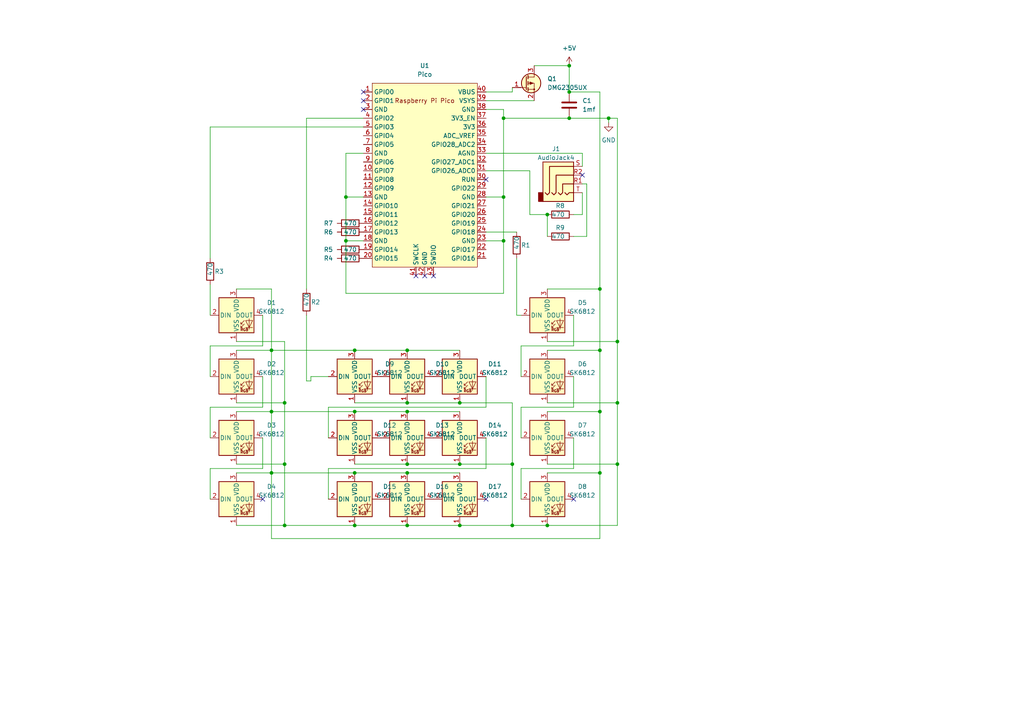
<source format=kicad_sch>
(kicad_sch (version 20230121) (generator eeschema)
  (paper "A4")
  (lib_symbols
    (symbol "Connector_Audio:AudioJack4"
      (property "Reference" "J" (at 0 8.89 0))
      (property "Value" "AudioJack4" (at 0 6.35 0))
      (symbol "AudioJack4_0_1"
        (rectangle (start -6.35 -5.08) (end -7.62 -7.62) (stroke (width 0.254)) (fill (type outline)))
        (polyline (pts (xy 0 -5.08) (xy 0.635 -5.715) (xy 1.27 -5.08) (xy 2.54 -5.08)) (stroke (width 0.254)))
        (polyline (pts (xy -5.715 -5.08) (xy -5.08 -5.715) (xy -4.445 -5.08) (xy -4.445 2.54) (xy 2.54 2.54)) (stroke (width 0.254)))
        (polyline (pts (xy -1.905 -5.08) (xy -1.27 -5.715) (xy -0.635 -5.08) (xy -0.635 -2.54) (xy 2.54 -2.54)) (stroke (width 0.254)))
        (polyline (pts (xy 2.54 0) (xy -2.54 0) (xy -2.54 -5.08) (xy -3.175 -5.715) (xy -3.81 -5.08)) (stroke (width 0.254)))
        (rectangle (start 2.54 3.81) (end -6.35 -7.62) (stroke (width 0.254)) (fill (type background)))
      )
      (symbol "AudioJack4_1_1"
        (pin passive line (at 5.08 -2.54 180) (length 2.54) (name "~") (number "R1"))
        (pin passive line (at 5.08 0 180) (length 2.54) (name "~") (number "R2"))
        (pin passive line (at 5.08 2.54 180) (length 2.54) (name "~") (number "S"))
        (pin passive line (at 5.08 -5.08 180) (length 2.54) (name "~") (number "T"))
      )
    )
    (symbol "Device:C" (pin_numbers hide) (pin_names (offset 0.254))
      (property "Reference" "C" (at 0.635 2.54 0))
      (property "Value" "C" (at 0.635 -2.54 0))
      (symbol "C_0_1"
        (polyline (pts (xy -2.032 -0.762) (xy 2.032 -0.762)) (stroke (width 0.508)))
        (polyline (pts (xy -2.032 0.762) (xy 2.032 0.762)) (stroke (width 0.508)))
      )
      (symbol "C_1_1"
        (pin passive line (at 0 3.81 270) (length 2.794) (name "~") (number "1"))
        (pin passive line (at 0 -3.81 90) (length 2.794) (name "~") (number "2"))
      )
    )
    (symbol "Device:R" (pin_numbers hide) (pin_names (offset 0))
      (property "Reference" "R" (at 2.032 0 90))
      (property "Value" "R" (at 0 0 90))
      (symbol "R_0_1"
        (rectangle (start -1.016 -2.54) (end 1.016 2.54) (stroke (width 0.254)))
      )
      (symbol "R_1_1"
        (pin passive line (at 0 3.81 270) (length 1.27) (name "~") (number "1"))
        (pin passive line (at 0 -3.81 90) (length 1.27) (name "~") (number "2"))
      )
    )
    (symbol "LED:SK6812" (pin_names (offset 0.254))
      (property "Reference" "D" (at 5.08 5.715 0))
      (property "Value" "SK6812" (at 1.27 -5.715 0))
      (symbol "SK6812_0_0"
        (text "RGB" (at 2.286 -4.191 0) (effects (font (size 0.762 0.762))))
      )
      (symbol "SK6812_0_1"
        (polyline (pts (xy 1.27 -3.556) (xy 1.778 -3.556)))
        (polyline (pts (xy 1.27 -2.54) (xy 1.778 -2.54)))
        (polyline (pts (xy 4.699 -3.556) (xy 2.667 -3.556)))
        (polyline (pts (xy 2.286 -2.54) (xy 1.27 -3.556) (xy 1.27 -3.048)))
        (polyline (pts (xy 2.286 -1.524) (xy 1.27 -2.54) (xy 1.27 -2.032)))
        (polyline (pts (xy 3.683 -1.016) (xy 3.683 -3.556) (xy 3.683 -4.064)))
        (polyline (pts (xy 4.699 -1.524) (xy 2.667 -1.524) (xy 3.683 -3.556) (xy 4.699 -1.524)))
        (rectangle (start 5.08 5.08) (end -5.08 -5.08) (stroke (width 0.254)) (fill (type background)))
      )
      (symbol "SK6812_1_1"
        (pin power_in line (at 0 -7.62 90) (length 2.54) (name "VSS") (number "1"))
        (pin input line (at -7.62 0 0) (length 2.54) (name "DIN") (number "2"))
        (pin power_in line (at 0 7.62 270) (length 2.54) (name "VDD") (number "3"))
        (pin output line (at 7.62 0 180) (length 2.54) (name "DOUT") (number "4"))
      )
    )
    (symbol "MCU_RaspberryPi_and_Boards:Pico"
      (property "Reference" "U" (at -13.97 27.94 0))
      (property "Value" "Pico" (at 0 19.05 0))
      (symbol "Pico_0_0"
        (text "Raspberry Pi Pico" (at 0 21.59 0) (effects (font (size 1.27 1.27))))
      )
      (symbol "Pico_0_1"
        (rectangle (start -15.24 26.67) (end 15.24 -26.67) (fill (type background)))
      )
      (symbol "Pico_1_1"
        (pin bidirectional line (at -17.78 24.13 0) (length 2.54) (name "GPIO0") (number "1"))
        (pin bidirectional line (at -17.78 1.27 0) (length 2.54) (name "GPIO7") (number "10"))
        (pin bidirectional line (at -17.78 -1.27 0) (length 2.54) (name "GPIO8") (number "11"))
        (pin bidirectional line (at -17.78 -3.81 0) (length 2.54) (name "GPIO9") (number "12"))
        (pin power_in line (at -17.78 -6.35 0) (length 2.54) (name "GND") (number "13"))
        (pin bidirectional line (at -17.78 -8.89 0) (length 2.54) (name "GPIO10") (number "14"))
        (pin bidirectional line (at -17.78 -11.43 0) (length 2.54) (name "GPIO11") (number "15"))
        (pin bidirectional line (at -17.78 -13.97 0) (length 2.54) (name "GPIO12") (number "16"))
        (pin bidirectional line (at -17.78 -16.51 0) (length 2.54) (name "GPIO13") (number "17"))
        (pin power_in line (at -17.78 -19.05 0) (length 2.54) (name "GND") (number "18"))
        (pin bidirectional line (at -17.78 -21.59 0) (length 2.54) (name "GPIO14") (number "19"))
        (pin bidirectional line (at -17.78 21.59 0) (length 2.54) (name "GPIO1") (number "2"))
        (pin bidirectional line (at -17.78 -24.13 0) (length 2.54) (name "GPIO15") (number "20"))
        (pin bidirectional line (at 17.78 -24.13 180) (length 2.54) (name "GPIO16") (number "21"))
        (pin bidirectional line (at 17.78 -21.59 180) (length 2.54) (name "GPIO17") (number "22"))
        (pin power_in line (at 17.78 -19.05 180) (length 2.54) (name "GND") (number "23"))
        (pin bidirectional line (at 17.78 -16.51 180) (length 2.54) (name "GPIO18") (number "24"))
        (pin bidirectional line (at 17.78 -13.97 180) (length 2.54) (name "GPIO19") (number "25"))
        (pin bidirectional line (at 17.78 -11.43 180) (length 2.54) (name "GPIO20") (number "26"))
        (pin bidirectional line (at 17.78 -8.89 180) (length 2.54) (name "GPIO21") (number "27"))
        (pin power_in line (at 17.78 -6.35 180) (length 2.54) (name "GND") (number "28"))
        (pin bidirectional line (at 17.78 -3.81 180) (length 2.54) (name "GPIO22") (number "29"))
        (pin power_in line (at -17.78 19.05 0) (length 2.54) (name "GND") (number "3"))
        (pin input line (at 17.78 -1.27 180) (length 2.54) (name "RUN") (number "30"))
        (pin bidirectional line (at 17.78 1.27 180) (length 2.54) (name "GPIO26_ADC0") (number "31"))
        (pin bidirectional line (at 17.78 3.81 180) (length 2.54) (name "GPIO27_ADC1") (number "32"))
        (pin power_in line (at 17.78 6.35 180) (length 2.54) (name "AGND") (number "33"))
        (pin bidirectional line (at 17.78 8.89 180) (length 2.54) (name "GPIO28_ADC2") (number "34"))
        (pin power_in line (at 17.78 11.43 180) (length 2.54) (name "ADC_VREF") (number "35"))
        (pin power_in line (at 17.78 13.97 180) (length 2.54) (name "3V3") (number "36"))
        (pin input line (at 17.78 16.51 180) (length 2.54) (name "3V3_EN") (number "37"))
        (pin bidirectional line (at 17.78 19.05 180) (length 2.54) (name "GND") (number "38"))
        (pin power_in line (at 17.78 21.59 180) (length 2.54) (name "VSYS") (number "39"))
        (pin bidirectional line (at -17.78 16.51 0) (length 2.54) (name "GPIO2") (number "4"))
        (pin power_in line (at 17.78 24.13 180) (length 2.54) (name "VBUS") (number "40"))
        (pin input line (at -2.54 -29.21 90) (length 2.54) (name "SWCLK") (number "41"))
        (pin power_in line (at 0 -29.21 90) (length 2.54) (name "GND") (number "42"))
        (pin bidirectional line (at 2.54 -29.21 90) (length 2.54) (name "SWDIO") (number "43"))
        (pin bidirectional line (at -17.78 13.97 0) (length 2.54) (name "GPIO3") (number "5"))
        (pin bidirectional line (at -17.78 11.43 0) (length 2.54) (name "GPIO4") (number "6"))
        (pin bidirectional line (at -17.78 8.89 0) (length 2.54) (name "GPIO5") (number "7"))
        (pin power_in line (at -17.78 6.35 0) (length 2.54) (name "GND") (number "8"))
        (pin bidirectional line (at -17.78 3.81 0) (length 2.54) (name "GPIO6") (number "9"))
      )
    )
    (symbol "PCM_Transistor_MOSFET_AKL:DMG2305UX" (pin_names hide)
      (property "Reference" "Q" (at 5.08 1.27 0))
      (property "Value" "DMG2305UX" (at 5.08 -1.27 0))
      (symbol "DMG2305UX_0_1"
        (polyline (pts (xy 0.254 -1.905) (xy 0.254 1.905)) (stroke (width 0.254)))
        (polyline (pts (xy 0.254 1.27) (xy -2.54 1.27)))
        (polyline (pts (xy 0.762 -2.286) (xy 0.762 -1.27)) (stroke (width 0.254)))
        (polyline (pts (xy 0.762 -1.778) (xy 2.54 -1.778)))
        (polyline (pts (xy 0.762 -0.508) (xy 0.762 0.508)) (stroke (width 0.254)))
        (polyline (pts (xy 0.762 1.27) (xy 0.762 2.286)) (stroke (width 0.254)))
        (polyline (pts (xy 0.762 1.778) (xy 2.54 1.778)))
        (polyline (pts (xy 2.54 -2.54) (xy 2.54 -1.778)))
        (polyline (pts (xy 2.54 2.54) (xy 2.54 0) (xy 0.762 0)))
        (polyline (pts (xy 2.286 0) (xy 1.27 -0.381) (xy 1.27 0.381) (xy 2.286 0)) (fill (type outline)))
      )
      (symbol "DMG2305UX_1_1"
        (circle (center 1.651 0) (radius 2.794) (stroke (width 0.254)) (fill (type background)))
        (circle (center 2.54 1.778) (radius 0.1778) (fill (type outline)))
        (pin input line (at -3.81 1.27 0) (length 2.54) (name "G") (number "1"))
        (pin passive line (at 2.54 5.08 270) (length 2.54) (name "S") (number "2"))
        (pin passive line (at 2.54 -5.08 90) (length 2.54) (name "D") (number "3"))
      )
    )
    (symbol "power:+5V" (power) (pin_names (offset 0))
      (property "Value" "+5V" (at 0 3.556 0))
      (symbol "+5V_0_1"
        (polyline (pts (xy -0.762 1.27) (xy 0 2.54)))
        (polyline (pts (xy 0 0) (xy 0 2.54)))
        (polyline (pts (xy 0 2.54) (xy 0.762 1.27)))
      )
      (symbol "+5V_1_1"
        (pin power_in line (at 0 0 90) (length 0) hide (name "+5V") (number "1"))
      )
    )
    (symbol "power:GND" (power) (pin_names (offset 0))
      (property "Value" "GND" (at 0 -3.81 0))
      (symbol "GND_0_1"
        (polyline (pts (xy 0 0) (xy 0 -1.27) (xy 1.27 -1.27) (xy 0 -2.54) (xy -1.27 -1.27) (xy 0 -1.27)))
      )
      (symbol "GND_1_1"
        (pin power_in line (at 0 0 270) (length 0) hide (name "GND") (number "1"))
      )
    )
  )
  (junction (at 102.87 137.16))
  (junction (at 82.55 116.84))
  (junction (at 165.1 34.29))
  (junction (at 118.11 152.4))
  (junction (at 118.11 134.62))
  (junction (at 118.11 116.84))
  (junction (at 78.74 137.16))
  (junction (at 100.33 69.85))
  (junction (at 146.05 69.85))
  (junction (at 158.75 62.23))
  (junction (at 78.74 119.38))
  (junction (at 133.35 134.62))
  (junction (at 146.05 34.29))
  (junction (at 78.74 101.6))
  (junction (at 173.99 137.16))
  (junction (at 179.07 99.06))
  (junction (at 173.99 119.38))
  (junction (at 165.1 19.05))
  (junction (at 148.59 152.4))
  (junction (at 82.55 152.4))
  (junction (at 173.99 101.6))
  (junction (at 118.11 119.38))
  (junction (at 165.1 26.67))
  (junction (at 102.87 101.6))
  (junction (at 100.33 57.15))
  (junction (at 133.35 152.4))
  (junction (at 173.99 83.82))
  (junction (at 118.11 137.16))
  (junction (at 82.55 134.62))
  (junction (at 148.59 134.62))
  (junction (at 118.11 101.6))
  (junction (at 179.07 116.84))
  (junction (at 133.35 116.84))
  (junction (at 102.87 119.38))
  (junction (at 176.53 34.29))
  (junction (at 179.07 134.62))
  (junction (at 102.87 152.4))
  (junction (at 146.05 57.15))
  (junction (at 158.75 152.4))
  (no_connect (at 123.19 80.01))
  (no_connect (at 105.41 26.67))
  (no_connect (at 166.37 144.78))
  (no_connect (at 140.97 144.78))
  (no_connect (at 105.41 29.21))
  (no_connect (at 120.65 80.01))
  (no_connect (at 140.97 52.07))
  (no_connect (at 76.2 144.78))
  (no_connect (at 105.41 31.75))
  (no_connect (at 168.91 50.8))
  (no_connect (at 125.73 80.01))
  (wire (pts (xy 140.97 118.11) (xy 95.25 118.11)))
  (wire (pts (xy 151.13 91.44) (xy 149.86 91.44)))
  (wire (pts (xy 146.05 34.29) (xy 165.1 34.29)))
  (wire (pts (xy 173.99 119.38) (xy 173.99 137.16)))
  (wire (pts (xy 100.33 69.85) (xy 105.41 69.85)))
  (wire (pts (xy 151.13 100.33) (xy 151.13 109.22)))
  (wire (pts (xy 151.13 135.89) (xy 151.13 144.78)))
  (wire (pts (xy 173.99 137.16) (xy 173.99 156.21)))
  (wire (pts (xy 173.99 26.67) (xy 173.99 83.82)))
  (wire (pts (xy 78.74 83.82) (xy 68.58 83.82)))
  (wire (pts (xy 149.86 67.31) (xy 140.97 67.31)))
  (wire (pts (xy 173.99 26.67) (xy 165.1 26.67)))
  (wire (pts (xy 140.97 44.45) (xy 168.91 44.45)))
  (wire (pts (xy 102.87 101.6) (xy 118.11 101.6)))
  (wire (pts (xy 170.18 68.58) (xy 166.37 68.58)))
  (wire (pts (xy 100.33 85.09) (xy 146.05 85.09)))
  (wire (pts (xy 60.96 118.11) (xy 60.96 127)))
  (wire (pts (xy 76.2 100.33) (xy 60.96 100.33)))
  (wire (pts (xy 60.96 100.33) (xy 60.96 109.22)))
  (wire (pts (xy 88.9 34.29) (xy 88.9 83.82)))
  (wire (pts (xy 176.53 34.29) (xy 179.07 34.29)))
  (wire (pts (xy 146.05 69.85) (xy 146.05 57.15)))
  (wire (pts (xy 118.11 137.16) (xy 133.35 137.16)))
  (wire (pts (xy 88.9 91.44) (xy 88.9 110.49)))
  (wire (pts (xy 102.87 137.16) (xy 118.11 137.16)))
  (wire (pts (xy 76.2 109.22) (xy 76.2 118.11)))
  (wire (pts (xy 168.91 44.45) (xy 168.91 48.26)))
  (wire (pts (xy 60.96 82.55) (xy 60.96 91.44)))
  (wire (pts (xy 82.55 152.4) (xy 102.87 152.4)))
  (wire (pts (xy 118.11 152.4) (xy 133.35 152.4)))
  (wire (pts (xy 133.35 116.84) (xy 148.59 116.84)))
  (wire (pts (xy 140.97 69.85) (xy 146.05 69.85)))
  (wire (pts (xy 68.58 99.06) (xy 82.55 99.06)))
  (wire (pts (xy 76.2 118.11) (xy 60.96 118.11)))
  (wire (pts (xy 158.75 152.4) (xy 179.07 152.4)))
  (wire (pts (xy 140.97 135.89) (xy 95.25 135.89)))
  (wire (pts (xy 158.75 101.6) (xy 173.99 101.6)))
  (wire (pts (xy 90.17 110.49) (xy 90.17 109.22)))
  (wire (pts (xy 158.75 116.84) (xy 179.07 116.84)))
  (wire (pts (xy 78.74 101.6) (xy 78.74 119.38)))
  (wire (pts (xy 158.75 62.23) (xy 153.67 62.23)))
  (wire (pts (xy 68.58 101.6) (xy 78.74 101.6)))
  (wire (pts (xy 95.25 118.11) (xy 95.25 127)))
  (wire (pts (xy 68.58 152.4) (xy 82.55 152.4)))
  (wire (pts (xy 102.87 116.84) (xy 118.11 116.84)))
  (wire (pts (xy 102.87 134.62) (xy 118.11 134.62)))
  (wire (pts (xy 165.1 34.29) (xy 176.53 34.29)))
  (wire (pts (xy 78.74 156.21) (xy 78.74 137.16)))
  (wire (pts (xy 82.55 134.62) (xy 82.55 152.4)))
  (wire (pts (xy 168.91 55.88) (xy 168.91 62.23)))
  (wire (pts (xy 158.75 119.38) (xy 173.99 119.38)))
  (wire (pts (xy 153.67 49.53) (xy 140.97 49.53)))
  (wire (pts (xy 173.99 83.82) (xy 173.99 101.6)))
  (wire (pts (xy 140.97 109.22) (xy 140.97 118.11)))
  (wire (pts (xy 78.74 119.38) (xy 78.74 137.16)))
  (wire (pts (xy 78.74 119.38) (xy 102.87 119.38)))
  (wire (pts (xy 148.59 152.4) (xy 158.75 152.4)))
  (wire (pts (xy 165.1 26.67) (xy 165.1 19.05)))
  (wire (pts (xy 158.75 134.62) (xy 179.07 134.62)))
  (wire (pts (xy 118.11 116.84) (xy 133.35 116.84)))
  (wire (pts (xy 133.35 134.62) (xy 148.59 134.62)))
  (wire (pts (xy 168.91 62.23) (xy 166.37 62.23)))
  (wire (pts (xy 68.58 134.62) (xy 82.55 134.62)))
  (wire (pts (xy 153.67 49.53) (xy 153.67 62.23)))
  (wire (pts (xy 78.74 101.6) (xy 102.87 101.6)))
  (wire (pts (xy 76.2 135.89) (xy 60.96 135.89)))
  (wire (pts (xy 173.99 156.21) (xy 78.74 156.21)))
  (wire (pts (xy 100.33 57.15) (xy 105.41 57.15)))
  (wire (pts (xy 179.07 116.84) (xy 179.07 134.62)))
  (wire (pts (xy 68.58 116.84) (xy 82.55 116.84)))
  (wire (pts (xy 140.97 31.75) (xy 146.05 31.75)))
  (wire (pts (xy 170.18 53.34) (xy 170.18 68.58)))
  (wire (pts (xy 60.96 135.89) (xy 60.96 144.78)))
  (wire (pts (xy 68.58 137.16) (xy 78.74 137.16)))
  (wire (pts (xy 146.05 34.29) (xy 146.05 57.15)))
  (wire (pts (xy 179.07 99.06) (xy 179.07 116.84)))
  (wire (pts (xy 118.11 116.84) (xy 118.11 115.57)))
  (wire (pts (xy 166.37 135.89) (xy 151.13 135.89)))
  (wire (pts (xy 88.9 110.49) (xy 90.17 110.49)))
  (wire (pts (xy 100.33 69.85) (xy 100.33 85.09)))
  (wire (pts (xy 60.96 36.83) (xy 105.41 36.83)))
  (wire (pts (xy 166.37 91.44) (xy 166.37 100.33)))
  (wire (pts (xy 166.37 109.22) (xy 166.37 118.11)))
  (wire (pts (xy 148.59 116.84) (xy 148.59 134.62)))
  (wire (pts (xy 166.37 127) (xy 166.37 135.89)))
  (wire (pts (xy 173.99 101.6) (xy 173.99 119.38)))
  (wire (pts (xy 76.2 127) (xy 76.2 135.89)))
  (wire (pts (xy 179.07 134.62) (xy 179.07 152.4)))
  (wire (pts (xy 146.05 31.75) (xy 146.05 34.29)))
  (wire (pts (xy 102.87 152.4) (xy 118.11 152.4)))
  (wire (pts (xy 140.97 127) (xy 140.97 135.89)))
  (wire (pts (xy 100.33 44.45) (xy 105.41 44.45)))
  (wire (pts (xy 118.11 134.62) (xy 133.35 134.62)))
  (wire (pts (xy 76.2 91.44) (xy 76.2 100.33)))
  (wire (pts (xy 140.97 29.21) (xy 154.94 29.21)))
  (wire (pts (xy 133.35 119.38) (xy 118.11 119.38)))
  (wire (pts (xy 140.97 26.67) (xy 148.59 26.67)))
  (wire (pts (xy 151.13 118.11) (xy 151.13 127)))
  (wire (pts (xy 78.74 83.82) (xy 78.74 101.6)))
  (wire (pts (xy 158.75 99.06) (xy 179.07 99.06)))
  (wire (pts (xy 105.41 34.29) (xy 88.9 34.29)))
  (wire (pts (xy 158.75 62.23) (xy 158.75 68.58)))
  (wire (pts (xy 149.86 91.44) (xy 149.86 74.93)))
  (wire (pts (xy 166.37 100.33) (xy 151.13 100.33)))
  (wire (pts (xy 90.17 109.22) (xy 95.25 109.22)))
  (wire (pts (xy 102.87 119.38) (xy 118.11 119.38)))
  (wire (pts (xy 146.05 57.15) (xy 140.97 57.15)))
  (wire (pts (xy 176.53 35.56) (xy 176.53 34.29)))
  (wire (pts (xy 60.96 36.83) (xy 60.96 74.93)))
  (wire (pts (xy 165.1 19.05) (xy 154.94 19.05)))
  (wire (pts (xy 68.58 119.38) (xy 78.74 119.38)))
  (wire (pts (xy 148.59 26.67) (xy 148.59 25.4)))
  (wire (pts (xy 179.07 34.29) (xy 179.07 99.06)))
  (wire (pts (xy 118.11 101.6) (xy 133.35 101.6)))
  (wire (pts (xy 95.25 135.89) (xy 95.25 144.78)))
  (wire (pts (xy 78.74 137.16) (xy 102.87 137.16)))
  (wire (pts (xy 166.37 118.11) (xy 151.13 118.11)))
  (wire (pts (xy 133.35 152.4) (xy 148.59 152.4)))
  (wire (pts (xy 100.33 57.15) (xy 100.33 69.85)))
  (wire (pts (xy 148.59 134.62) (xy 148.59 152.4)))
  (wire (pts (xy 146.05 85.09) (xy 146.05 69.85)))
  (wire (pts (xy 100.33 44.45) (xy 100.33 57.15)))
  (wire (pts (xy 158.75 83.82) (xy 173.99 83.82)))
  (wire (pts (xy 168.91 53.34) (xy 170.18 53.34)))
  (wire (pts (xy 158.75 137.16) (xy 173.99 137.16)))
  (wire (pts (xy 82.55 116.84) (xy 82.55 134.62)))
  (wire (pts (xy 82.55 99.06) (xy 82.55 116.84)))
  (symbol (lib_id "Device:R") (at 162.56 68.58 90) (unit 1)
    (property "Reference" "R9" (at 163.83 66.04 90) (effects (justify left)))
    (property "Value" "470" (at 163.83 68.58 90) (effects (justify left)))
    (property "Footprint" "Resistor_SMD:R_0805_2012Metric" (effects hide))
  )
  (symbol (lib_id "Device:R") (at 101.6 72.39 90) (unit 1)
    (property "Reference" "R5" (at 95.25 72.39 90))
    (property "Value" "470" (at 101.6 72.39 90))
    (property "Footprint" "Resistor_SMD:R_0805_2012Metric" (effects hide))
  )
  (symbol (lib_id "MCU_RaspberryPi_and_Boards:Pico") (at 123.19 50.8 0) (unit 1)
    (property "Reference" "U1" (at 123.19 19.05 0))
    (property "Value" "Pico" (at 123.19 21.59 0))
    (property "Footprint" "MCU_RaspberryPi_and_Boards:RPi_Pico_SMD_TH_Voicebox" (effects hide))
  )
  (symbol (lib_id "Device:R") (at 88.9 87.63 0) (unit 1)
    (property "Reference" "R2" (at 90.17 87.63 0) (effects (justify left)))
    (property "Value" "470" (at 88.9 88.9 90) (effects (justify left)))
    (property "Footprint" "Resistor_SMD:R_0805_2012Metric" (effects hide))
  )
  (symbol (lib_id "LED:SK6812") (at 118.11 109.22 0) (unit 1)
    (property "Reference" "D10" (at 128.27 105.5721 0))
    (property "Value" "SK6812" (at 128.27 108.1121 0))
    (property "Footprint" "LED_SMD:LED_SK6812_PLCC4_5.0x5.0mm_P3.2mm" (effects hide))
    (property "Datasheet" "https://cdn-shop.adafruit.com/product-files/1138/SK6812+LED+datasheet+.pdf" (effects hide))
  )
  (symbol (lib_id "LED:SK6812") (at 68.58 127 0) (unit 1)
    (property "Reference" "D3" (at 78.74 123.3521 0))
    (property "Value" "SK6812" (at 78.74 125.8921 0))
    (property "Footprint" "LED_SMD:LED_SK6812_PLCC4_5.0x5.0mm_P3.2mm" (effects hide))
    (property "Datasheet" "https://cdn-shop.adafruit.com/product-files/1138/SK6812+LED+datasheet+.pdf" (effects hide))
  )
  (symbol (lib_id "Device:R") (at 101.6 64.77 90) (unit 1)
    (property "Reference" "R7" (at 95.25 64.77 90))
    (property "Value" "470" (at 101.6 64.77 90))
    (property "Footprint" "Resistor_SMD:R_0805_2012Metric" (effects hide))
  )
  (symbol (lib_id "Device:R") (at 162.56 62.23 90) (unit 1)
    (property "Reference" "R8" (at 163.83 59.69 90) (effects (justify left)))
    (property "Value" "470" (at 163.83 62.23 90) (effects (justify left)))
    (property "Footprint" "Resistor_SMD:R_0805_2012Metric" (effects hide))
  )
  (symbol (lib_id "power:GND") (at 176.53 35.56 0) (unit 1)
    (property "Reference" "#PWR04" (effects hide))
    (property "Value" "GND" (at 176.53 40.64 0))
  )
  (symbol (lib_id "LED:SK6812") (at 133.35 109.22 0) (unit 1)
    (property "Reference" "D11" (at 143.51 105.5721 0))
    (property "Value" "SK6812" (at 143.51 108.1121 0))
    (property "Footprint" "LED_SMD:LED_SK6812_PLCC4_5.0x5.0mm_P3.2mm" (effects hide))
    (property "Datasheet" "https://cdn-shop.adafruit.com/product-files/1138/SK6812+LED+datasheet+.pdf" (effects hide))
  )
  (symbol (lib_id "power:+5V") (at 165.1 19.05 0) (unit 1)
    (property "Reference" "#PWR01" (effects hide))
    (property "Value" "+5V" (at 165.1 13.97 0))
  )
  (symbol (lib_id "PCM_Transistor_MOSFET_AKL:DMG2305UX") (at 152.4 24.13 0) (mirror x) (unit 1)
    (property "Reference" "Q1" (at 158.75 22.86 0) (effects (justify left)))
    (property "Value" "DMG2305UX" (at 158.75 25.4 0) (effects (justify left)))
    (property "Footprint" "Package_TO_SOT_SMD:SOT-23" (effects hide))
    (property "Datasheet" "https://www.tme.eu/Document/79cbea1ac95301c813f57d9a7787c43d/DMG2305UX.pdf" (effects hide))
  )
  (symbol (lib_id "LED:SK6812") (at 68.58 91.44 0) (unit 1)
    (property "Reference" "D1" (at 78.74 87.7921 0))
    (property "Value" "SK6812" (at 78.74 90.3321 0))
    (property "Footprint" "LED_SMD:LED_SK6812_PLCC4_5.0x5.0mm_P3.2mm" (effects hide))
    (property "Datasheet" "https://cdn-shop.adafruit.com/product-files/1138/SK6812+LED+datasheet+.pdf" (effects hide))
  )
  (symbol (lib_id "Connector_Audio:AudioJack4") (at 163.83 50.8 0) (unit 1)
    (property "Reference" "J1" (at 161.29 43.18 0))
    (property "Value" "AudioJack4" (at 161.29 45.72 0))
    (property "Footprint" "Connector_Audio:Jack_3.5mm_PJ320D_Horizontal" (effects hide))
  )
  (symbol (lib_id "LED:SK6812") (at 133.35 144.78 0) (unit 1)
    (property "Reference" "D17" (at 143.51 141.1321 0))
    (property "Value" "SK6812" (at 143.51 143.6721 0))
    (property "Footprint" "LED_SMD:LED_SK6812_PLCC4_5.0x5.0mm_P3.2mm" (effects hide))
    (property "Datasheet" "https://cdn-shop.adafruit.com/product-files/1138/SK6812+LED+datasheet+.pdf" (effects hide))
  )
  (symbol (lib_id "LED:SK6812") (at 118.11 127 0) (unit 1)
    (property "Reference" "D13" (at 128.27 123.3521 0))
    (property "Value" "SK6812" (at 128.27 125.8921 0))
    (property "Footprint" "LED_SMD:LED_SK6812_PLCC4_5.0x5.0mm_P3.2mm" (effects hide))
    (property "Datasheet" "https://cdn-shop.adafruit.com/product-files/1138/SK6812+LED+datasheet+.pdf" (effects hide))
  )
  (symbol (lib_id "Device:R") (at 101.6 74.93 90) (unit 1)
    (property "Reference" "R4" (at 95.25 74.93 90))
    (property "Value" "470" (at 101.6 74.93 90))
    (property "Footprint" "Resistor_SMD:R_0805_2012Metric" (effects hide))
  )
  (symbol (lib_id "LED:SK6812") (at 68.58 144.78 0) (unit 1)
    (property "Reference" "D4" (at 78.74 141.1321 0))
    (property "Value" "SK6812" (at 78.74 143.6721 0))
    (property "Footprint" "LED_SMD:LED_SK6812_PLCC4_5.0x5.0mm_P3.2mm" (effects hide))
    (property "Datasheet" "https://cdn-shop.adafruit.com/product-files/1138/SK6812+LED+datasheet+.pdf" (effects hide))
  )
  (symbol (lib_id "LED:SK6812") (at 102.87 109.22 0) (unit 1)
    (property "Reference" "D9" (at 113.03 105.5721 0))
    (property "Value" "SK6812" (at 113.03 108.1121 0))
    (property "Footprint" "LED_SMD:LED_SK6812_PLCC4_5.0x5.0mm_P3.2mm" (effects hide))
    (property "Datasheet" "https://cdn-shop.adafruit.com/product-files/1138/SK6812+LED+datasheet+.pdf" (effects hide))
  )
  (symbol (lib_id "LED:SK6812") (at 158.75 127 0) (unit 1)
    (property "Reference" "D7" (at 168.91 123.3521 0))
    (property "Value" "SK6812" (at 168.91 125.8921 0))
    (property "Footprint" "LED_SMD:LED_SK6812_PLCC4_5.0x5.0mm_P3.2mm" (effects hide))
    (property "Datasheet" "https://cdn-shop.adafruit.com/product-files/1138/SK6812+LED+datasheet+.pdf" (effects hide))
  )
  (symbol (lib_id "LED:SK6812") (at 158.75 109.22 0) (unit 1)
    (property "Reference" "D6" (at 168.91 105.5721 0))
    (property "Value" "SK6812" (at 168.91 108.1121 0))
    (property "Footprint" "LED_SMD:LED_SK6812_PLCC4_5.0x5.0mm_P3.2mm" (effects hide))
    (property "Datasheet" "https://cdn-shop.adafruit.com/product-files/1138/SK6812+LED+datasheet+.pdf" (effects hide))
  )
  (symbol (lib_id "Device:R") (at 149.86 71.12 0) (unit 1)
    (property "Reference" "R1" (at 151.13 71.12 0) (effects (justify left)))
    (property "Value" "470" (at 149.86 72.39 90) (effects (justify left)))
    (property "Footprint" "Resistor_SMD:R_0805_2012Metric" (effects hide))
  )
  (symbol (lib_id "Device:R") (at 101.6 67.31 90) (unit 1)
    (property "Reference" "R6" (at 95.25 67.31 90))
    (property "Value" "470" (at 101.6 67.31 90))
    (property "Footprint" "Resistor_SMD:R_0805_2012Metric" (effects hide))
  )
  (symbol (lib_id "Device:C") (at 165.1 30.48 0) (unit 1)
    (property "Reference" "C1" (at 168.91 29.21 0) (effects (justify left)))
    (property "Value" "1mf" (at 168.91 31.75 0) (effects (justify left)))
    (property "Footprint" "Capacitor_SMD:C_0805_2012Metric" (effects hide))
  )
  (symbol (lib_id "LED:SK6812") (at 158.75 144.78 0) (unit 1)
    (property "Reference" "D8" (at 168.91 141.1321 0))
    (property "Value" "SK6812" (at 168.91 143.6721 0))
    (property "Footprint" "LED_SMD:LED_SK6812_PLCC4_5.0x5.0mm_P3.2mm" (effects hide))
    (property "Datasheet" "https://cdn-shop.adafruit.com/product-files/1138/SK6812+LED+datasheet+.pdf" (effects hide))
  )
  (symbol (lib_id "LED:SK6812") (at 118.11 144.78 0) (unit 1)
    (property "Reference" "D16" (at 128.27 141.1321 0))
    (property "Value" "SK6812" (at 128.27 143.6721 0))
    (property "Footprint" "LED_SMD:LED_SK6812_PLCC4_5.0x5.0mm_P3.2mm" (effects hide))
    (property "Datasheet" "https://cdn-shop.adafruit.com/product-files/1138/SK6812+LED+datasheet+.pdf" (effects hide))
  )
  (symbol (lib_id "LED:SK6812") (at 133.35 127 0) (unit 1)
    (property "Reference" "D14" (at 143.51 123.3521 0))
    (property "Value" "SK6812" (at 143.51 125.8921 0))
    (property "Footprint" "LED_SMD:LED_SK6812_PLCC4_5.0x5.0mm_P3.2mm" (effects hide))
    (property "Datasheet" "https://cdn-shop.adafruit.com/product-files/1138/SK6812+LED+datasheet+.pdf" (effects hide))
  )
  (symbol (lib_id "LED:SK6812") (at 68.58 109.22 0) (unit 1)
    (property "Reference" "D2" (at 78.74 105.5721 0))
    (property "Value" "SK6812" (at 78.74 108.1121 0))
    (property "Footprint" "LED_SMD:LED_SK6812_PLCC4_5.0x5.0mm_P3.2mm" (effects hide))
    (property "Datasheet" "https://cdn-shop.adafruit.com/product-files/1138/SK6812+LED+datasheet+.pdf" (effects hide))
  )
  (symbol (lib_id "Device:R") (at 60.96 78.74 0) (unit 1)
    (property "Reference" "R3" (at 62.23 78.74 0) (effects (justify left)))
    (property "Value" "470" (at 60.96 80.01 90) (effects (justify left)))
    (property "Footprint" "Resistor_SMD:R_0805_2012Metric" (effects hide))
  )
  (symbol (lib_id "LED:SK6812") (at 102.87 127 0) (unit 1)
    (property "Reference" "D12" (at 113.03 123.3521 0))
    (property "Value" "SK6812" (at 113.03 125.8921 0))
    (property "Footprint" "LED_SMD:LED_SK6812_PLCC4_5.0x5.0mm_P3.2mm" (effects hide))
    (property "Datasheet" "https://cdn-shop.adafruit.com/product-files/1138/SK6812+LED+datasheet+.pdf" (effects hide))
  )
  (symbol (lib_id "LED:SK6812") (at 158.75 91.44 0) (unit 1)
    (property "Reference" "D5" (at 168.91 87.7921 0))
    (property "Value" "SK6812" (at 168.91 90.3321 0))
    (property "Footprint" "LED_SMD:LED_SK6812_PLCC4_5.0x5.0mm_P3.2mm" (effects hide))
    (property "Datasheet" "https://cdn-shop.adafruit.com/product-files/1138/SK6812+LED+datasheet+.pdf" (effects hide))
  )
  (symbol (lib_id "LED:SK6812") (at 102.87 144.78 0) (unit 1)
    (property "Reference" "D15" (at 113.03 141.1321 0))
    (property "Value" "SK6812" (at 113.03 143.6721 0))
    (property "Footprint" "LED_SMD:LED_SK6812_PLCC4_5.0x5.0mm_P3.2mm" (effects hide))
    (property "Datasheet" "https://cdn-shop.adafruit.com/product-files/1138/SK6812+LED+datasheet+.pdf" (effects hide))
  )
)
</source>
